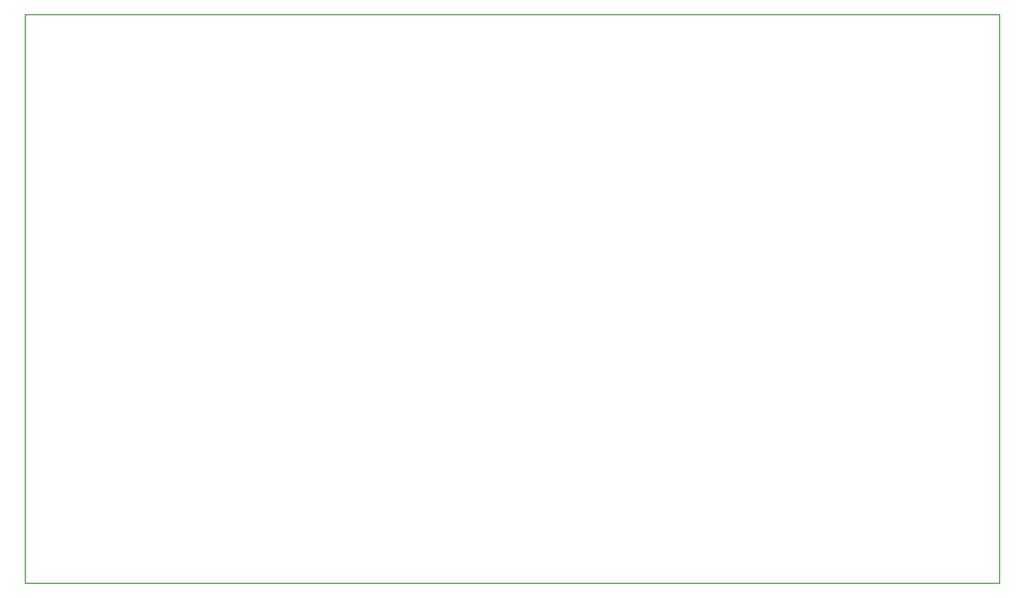
<source format=gko>
G04 #@! TF.FileFunction,Profile,NP*
%FSLAX46Y46*%
G04 Gerber Fmt 4.6, Leading zero omitted, Abs format (unit mm)*
G04 Created by KiCad (PCBNEW (2014-12-04 BZR 5312)-product) date 2/1/2015 4:03:18 PM*
%MOMM*%
G01*
G04 APERTURE LIST*
%ADD10C,0.100000*%
G04 APERTURE END LIST*
D10*
X153162000Y-20574000D02*
X153162000Y-61722000D01*
X153162000Y-71120000D02*
X153162000Y-61722000D01*
X153162000Y-20574000D02*
X66548000Y-20574000D01*
X152654000Y-71120000D02*
X153162000Y-71120000D01*
X66548000Y-71120000D02*
X152654000Y-71120000D01*
X66548000Y-20574000D02*
X66548000Y-71120000D01*
M02*

</source>
